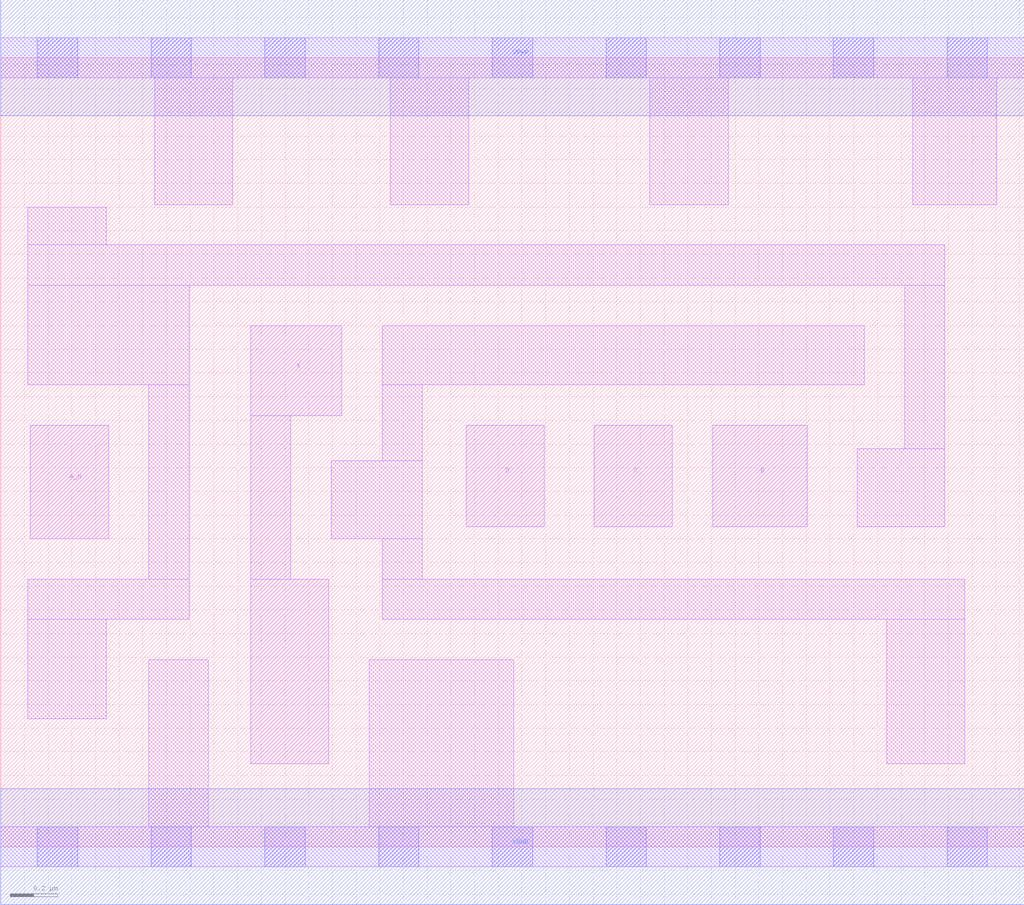
<source format=lef>
# Copyright 2020 The SkyWater PDK Authors
#
# Licensed under the Apache License, Version 2.0 (the "License");
# you may not use this file except in compliance with the License.
# You may obtain a copy of the License at
#
#     https://www.apache.org/licenses/LICENSE-2.0
#
# Unless required by applicable law or agreed to in writing, software
# distributed under the License is distributed on an "AS IS" BASIS,
# WITHOUT WARRANTIES OR CONDITIONS OF ANY KIND, either express or implied.
# See the License for the specific language governing permissions and
# limitations under the License.
#
# SPDX-License-Identifier: Apache-2.0

VERSION 5.7 ;
  NAMESCASESENSITIVE ON ;
  NOWIREEXTENSIONATPIN ON ;
  DIVIDERCHAR "/" ;
  BUSBITCHARS "[]" ;
UNITS
  DATABASE MICRONS 200 ;
END UNITS
MACRO sky130_fd_sc_ls__and4b_2
  CLASS CORE ;
  SOURCE USER ;
  FOREIGN sky130_fd_sc_ls__and4b_2 ;
  ORIGIN  0.000000  0.000000 ;
  SIZE  4.320000 BY  3.330000 ;
  SYMMETRY X Y ;
  SITE unit ;
  PIN A_N
    ANTENNAGATEAREA  0.208500 ;
    DIRECTION INPUT ;
    USE SIGNAL ;
    PORT
      LAYER li1 ;
        RECT 0.125000 1.300000 0.455000 1.780000 ;
    END
  END A_N
  PIN B
    ANTENNAGATEAREA  0.261000 ;
    DIRECTION INPUT ;
    USE SIGNAL ;
    PORT
      LAYER li1 ;
        RECT 3.005000 1.350000 3.405000 1.780000 ;
    END
  END B
  PIN C
    ANTENNAGATEAREA  0.261000 ;
    DIRECTION INPUT ;
    USE SIGNAL ;
    PORT
      LAYER li1 ;
        RECT 2.505000 1.350000 2.835000 1.780000 ;
    END
  END C
  PIN D
    ANTENNAGATEAREA  0.261000 ;
    DIRECTION INPUT ;
    USE SIGNAL ;
    PORT
      LAYER li1 ;
        RECT 1.965000 1.350000 2.295000 1.780000 ;
    END
  END D
  PIN X
    ANTENNADIFFAREA  0.543200 ;
    DIRECTION OUTPUT ;
    USE SIGNAL ;
    PORT
      LAYER li1 ;
        RECT 1.055000 0.350000 1.385000 1.130000 ;
        RECT 1.055000 1.130000 1.225000 1.820000 ;
        RECT 1.055000 1.820000 1.440000 2.200000 ;
    END
  END X
  PIN VGND
    DIRECTION INOUT ;
    SHAPE ABUTMENT ;
    USE GROUND ;
    PORT
      LAYER met1 ;
        RECT 0.000000 -0.245000 4.320000 0.245000 ;
    END
  END VGND
  PIN VPWR
    DIRECTION INOUT ;
    SHAPE ABUTMENT ;
    USE POWER ;
    PORT
      LAYER met1 ;
        RECT 0.000000 3.085000 4.320000 3.575000 ;
    END
  END VPWR
  OBS
    LAYER li1 ;
      RECT 0.000000 -0.085000 4.320000 0.085000 ;
      RECT 0.000000  3.245000 4.320000 3.415000 ;
      RECT 0.115000  0.540000 0.445000 0.960000 ;
      RECT 0.115000  0.960000 0.795000 1.130000 ;
      RECT 0.115000  1.950000 0.795000 2.370000 ;
      RECT 0.115000  2.370000 3.985000 2.540000 ;
      RECT 0.115000  2.540000 0.445000 2.700000 ;
      RECT 0.625000  0.085000 0.875000 0.790000 ;
      RECT 0.625000  1.130000 0.795000 1.950000 ;
      RECT 0.650000  2.710000 0.980000 3.245000 ;
      RECT 1.395000  1.300000 1.780000 1.630000 ;
      RECT 1.555000  0.085000 2.165000 0.790000 ;
      RECT 1.610000  0.960000 4.070000 1.130000 ;
      RECT 1.610000  1.130000 1.780000 1.300000 ;
      RECT 1.610000  1.630000 1.780000 1.950000 ;
      RECT 1.610000  1.950000 3.645000 2.200000 ;
      RECT 1.645000  2.710000 1.975000 3.245000 ;
      RECT 2.740000  2.710000 3.070000 3.245000 ;
      RECT 3.615000  1.350000 3.985000 1.680000 ;
      RECT 3.740000  0.350000 4.070000 0.960000 ;
      RECT 3.815000  1.680000 3.985000 2.370000 ;
      RECT 3.850000  2.710000 4.205000 3.245000 ;
    LAYER mcon ;
      RECT 0.155000 -0.085000 0.325000 0.085000 ;
      RECT 0.155000  3.245000 0.325000 3.415000 ;
      RECT 0.635000 -0.085000 0.805000 0.085000 ;
      RECT 0.635000  3.245000 0.805000 3.415000 ;
      RECT 1.115000 -0.085000 1.285000 0.085000 ;
      RECT 1.115000  3.245000 1.285000 3.415000 ;
      RECT 1.595000 -0.085000 1.765000 0.085000 ;
      RECT 1.595000  3.245000 1.765000 3.415000 ;
      RECT 2.075000 -0.085000 2.245000 0.085000 ;
      RECT 2.075000  3.245000 2.245000 3.415000 ;
      RECT 2.555000 -0.085000 2.725000 0.085000 ;
      RECT 2.555000  3.245000 2.725000 3.415000 ;
      RECT 3.035000 -0.085000 3.205000 0.085000 ;
      RECT 3.035000  3.245000 3.205000 3.415000 ;
      RECT 3.515000 -0.085000 3.685000 0.085000 ;
      RECT 3.515000  3.245000 3.685000 3.415000 ;
      RECT 3.995000 -0.085000 4.165000 0.085000 ;
      RECT 3.995000  3.245000 4.165000 3.415000 ;
  END
END sky130_fd_sc_ls__and4b_2

</source>
